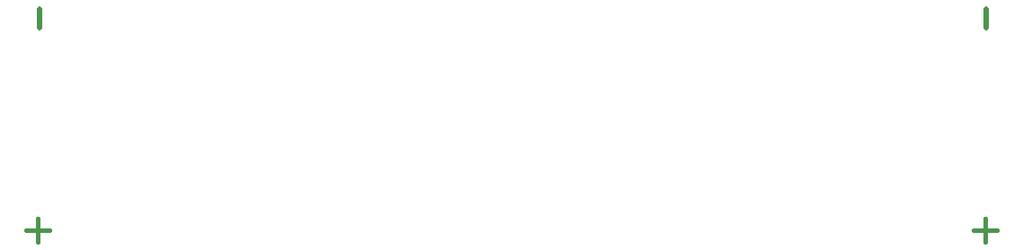
<source format=gbo>
G04 DipTrace 2.4.0.2*
%INPowerPoleExpander.GBO*%
%MOMM*%
%ADD33C,0.392*%
%ADD34C,0.51*%
%FSLAX53Y53*%
G04*
G71*
G90*
G75*
G01*
%LNBotSilk*%
%LPD*%
X4595Y15343D2*
D33*
Y13156D1*
X5687Y14248D2*
X3500D1*
X4693Y35100D2*
D34*
Y33275D1*
X93813Y15343D2*
D33*
Y13156D1*
X94905Y14248D2*
X92718D1*
X93911Y35100D2*
D34*
Y33275D1*
M02*

</source>
